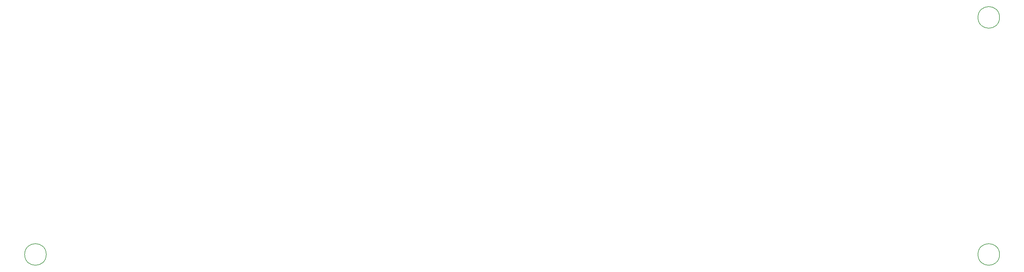
<source format=gbr>
G04 #@! TF.GenerationSoftware,KiCad,Pcbnew,(6.0.7)*
G04 #@! TF.CreationDate,2022-10-02T17:15:59-07:00*
G04 #@! TF.ProjectId,keyboard,6b657962-6f61-4726-942e-6b696361645f,rev?*
G04 #@! TF.SameCoordinates,Original*
G04 #@! TF.FileFunction,Other,Comment*
%FSLAX46Y46*%
G04 Gerber Fmt 4.6, Leading zero omitted, Abs format (unit mm)*
G04 Created by KiCad (PCBNEW (6.0.7)) date 2022-10-02 17:15:59*
%MOMM*%
%LPD*%
G01*
G04 APERTURE LIST*
%ADD10C,0.150000*%
G04 APERTURE END LIST*
D10*
G04 #@! TO.C,MNT2*
X355200000Y-30250000D02*
G75*
G03*
X355200000Y-30250000I-3200000J0D01*
G01*
G04 #@! TO.C,MNT1*
X355200000Y-100500000D02*
G75*
G03*
X355200000Y-100500000I-3200000J0D01*
G01*
G04 #@! TO.C,MNT3*
X72700000Y-100500000D02*
G75*
G03*
X72700000Y-100500000I-3200000J0D01*
G01*
G04 #@! TD*
M02*

</source>
